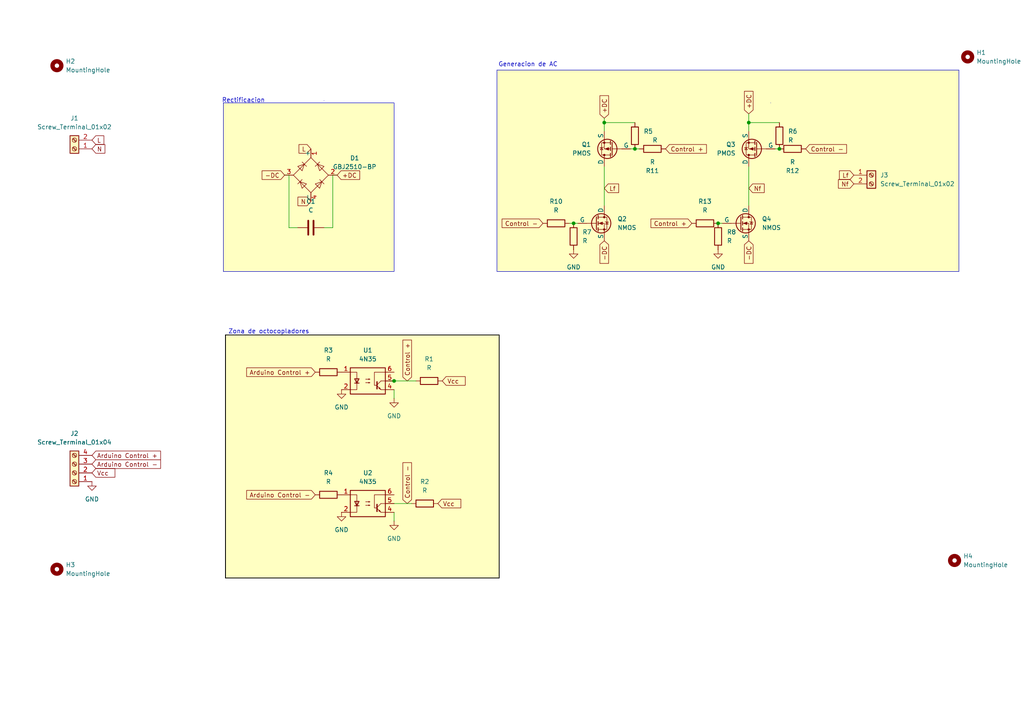
<source format=kicad_sch>
(kicad_sch (version 20231120) (generator "eeschema") (generator_version "8.0")
  (paper "A4")
  (lib_symbols
    (symbol "Connector:Screw_Terminal_01x02" (pin_names (offset 1.016) hide)
      (property "Reference" "J" (at 0 2.54 0))
      (property "Value" "Screw_Terminal_01x02" (at 0 -5.08 0))
      (symbol "Screw_Terminal_01x02_1_1"
        (rectangle (start -1.27 1.27) (end 1.27 -3.81) (stroke (width 0.254)) (fill (type background)))
        (circle (center 0 -2.54) (radius 0.635) (stroke (width 0.1524)))
        (polyline (pts (xy -0.5334 -2.2098) (xy 0.3302 -3.048)) (stroke (width 0.1524)))
        (polyline (pts (xy -0.5334 0.3302) (xy 0.3302 -0.508)) (stroke (width 0.1524)))
        (polyline (pts (xy -0.3556 -2.032) (xy 0.508 -2.8702)) (stroke (width 0.1524)))
        (polyline (pts (xy -0.3556 0.508) (xy 0.508 -0.3302)) (stroke (width 0.1524)))
        (circle (center 0 0) (radius 0.635) (stroke (width 0.1524)))
        (pin passive line (at -5.08 0 0) (length 3.81) (name "Pin_1") (number "1"))
        (pin passive line (at -5.08 -2.54 0) (length 3.81) (name "Pin_2") (number "2"))
      )
    )
    (symbol "Connector:Screw_Terminal_01x04" (pin_names (offset 1.016) hide)
      (property "Reference" "J" (at 0 5.08 0))
      (property "Value" "Screw_Terminal_01x04" (at 0 -7.62 0))
      (symbol "Screw_Terminal_01x04_1_1"
        (rectangle (start -1.27 3.81) (end 1.27 -6.35) (stroke (width 0.254)) (fill (type background)))
        (circle (center 0 -5.08) (radius 0.635) (stroke (width 0.1524)))
        (circle (center 0 -2.54) (radius 0.635) (stroke (width 0.1524)))
        (polyline (pts (xy -0.5334 -4.7498) (xy 0.3302 -5.588)) (stroke (width 0.1524)))
        (polyline (pts (xy -0.5334 -2.2098) (xy 0.3302 -3.048)) (stroke (width 0.1524)))
        (polyline (pts (xy -0.5334 0.3302) (xy 0.3302 -0.508)) (stroke (width 0.1524)))
        (polyline (pts (xy -0.5334 2.8702) (xy 0.3302 2.032)) (stroke (width 0.1524)))
        (polyline (pts (xy -0.3556 -4.572) (xy 0.508 -5.4102)) (stroke (width 0.1524)))
        (polyline (pts (xy -0.3556 -2.032) (xy 0.508 -2.8702)) (stroke (width 0.1524)))
        (polyline (pts (xy -0.3556 0.508) (xy 0.508 -0.3302)) (stroke (width 0.1524)))
        (polyline (pts (xy -0.3556 3.048) (xy 0.508 2.2098)) (stroke (width 0.1524)))
        (circle (center 0 0) (radius 0.635) (stroke (width 0.1524)))
        (circle (center 0 2.54) (radius 0.635) (stroke (width 0.1524)))
        (pin passive line (at -5.08 2.54 0) (length 3.81) (name "Pin_1") (number "1"))
        (pin passive line (at -5.08 0 0) (length 3.81) (name "Pin_2") (number "2"))
        (pin passive line (at -5.08 -2.54 0) (length 3.81) (name "Pin_3") (number "3"))
        (pin passive line (at -5.08 -5.08 0) (length 3.81) (name "Pin_4") (number "4"))
      )
    )
    (symbol "Device:C" (pin_numbers hide) (pin_names (offset 0.254))
      (property "Reference" "C" (at 0.635 2.54 0))
      (property "Value" "C" (at 0.635 -2.54 0))
      (symbol "C_0_1"
        (polyline (pts (xy -2.032 -0.762) (xy 2.032 -0.762)) (stroke (width 0.508)))
        (polyline (pts (xy -2.032 0.762) (xy 2.032 0.762)) (stroke (width 0.508)))
      )
      (symbol "C_1_1"
        (pin passive line (at 0 3.81 270) (length 2.794) (name "~") (number "1"))
        (pin passive line (at 0 -3.81 90) (length 2.794) (name "~") (number "2"))
      )
    )
    (symbol "Device:R" (pin_numbers hide) (pin_names (offset 0))
      (property "Reference" "R" (at 2.032 0 90))
      (property "Value" "R" (at 0 0 90))
      (symbol "R_0_1"
        (rectangle (start -1.016 -2.54) (end 1.016 2.54) (stroke (width 0.254)))
      )
      (symbol "R_1_1"
        (pin passive line (at 0 3.81 270) (length 1.27) (name "~") (number "1"))
        (pin passive line (at 0 -3.81 90) (length 1.27) (name "~") (number "2"))
      )
    )
    (symbol "Diode_Bridge:GBU8A" (pin_names (offset 0))
      (property "Reference" "D" (at 2.54 6.985 0))
      (property "Value" "GBU8A" (at 2.54 5.08 0))
      (symbol "GBU8A_0_1"
        (polyline (pts (xy -2.54 3.81) (xy -1.27 2.54)))
        (polyline (pts (xy -1.27 -2.54) (xy -2.54 -3.81)))
        (polyline (pts (xy 2.54 -1.27) (xy 3.81 -2.54)))
        (polyline (pts (xy 2.54 1.27) (xy 3.81 2.54)))
        (polyline (pts (xy -3.81 2.54) (xy -2.54 1.27) (xy -1.905 3.175) (xy -3.81 2.54)))
        (polyline (pts (xy -2.54 -1.27) (xy -3.81 -2.54) (xy -1.905 -3.175) (xy -2.54 -1.27)))
        (polyline (pts (xy 1.27 2.54) (xy 2.54 3.81) (xy 3.175 1.905) (xy 1.27 2.54)))
        (polyline (pts (xy 3.175 -1.905) (xy 1.27 -2.54) (xy 2.54 -3.81) (xy 3.175 -1.905)))
        (polyline (pts (xy -5.08 0) (xy 0 -5.08) (xy 5.08 0) (xy 0 5.08) (xy -5.08 0)))
      )
      (symbol "GBU8A_1_1"
        (pin passive line (at 7.62 0 180) (length 2.54) (name "+") (number "1"))
        (pin passive line (at 0 -7.62 90) (length 2.54) (name "~") (number "2"))
        (pin passive line (at 0 7.62 270) (length 2.54) (name "~") (number "3"))
        (pin passive line (at -7.62 0 0) (length 2.54) (name "-") (number "4"))
      )
    )
    (symbol "Isolator:4N35" (pin_names (offset 1.016))
      (property "Reference" "U" (at -5.08 5.08 0))
      (property "Value" "4N35" (at 0 5.08 0))
      (symbol "4N35_0_1"
        (rectangle (start -5.08 3.81) (end 5.08 -3.81) (stroke (width 0.254)) (fill (type background)))
        (polyline (pts (xy -3.81 -0.635) (xy -2.54 -0.635)) (stroke (width 0.254)))
        (polyline (pts (xy 2.667 -1.397) (xy 3.81 -2.54)))
        (polyline (pts (xy 2.667 -1.143) (xy 3.81 0)))
        (polyline (pts (xy 3.81 -2.54) (xy 5.08 -2.54)))
        (polyline (pts (xy 3.81 0) (xy 5.08 0)))
        (polyline (pts (xy 2.667 -0.254) (xy 2.667 -2.286) (xy 2.667 -2.286)) (stroke (width 0.3556)))
        (polyline (pts (xy -5.08 -2.54) (xy -3.175 -2.54) (xy -3.175 2.54) (xy -5.08 2.54)))
        (polyline (pts (xy -3.175 -0.635) (xy -3.81 0.635) (xy -2.54 0.635) (xy -3.175 -0.635)) (stroke (width 0.254)))
        (polyline (pts (xy 3.683 -2.413) (xy 3.429 -1.905) (xy 3.175 -2.159) (xy 3.683 -2.413)))
        (polyline (pts (xy 5.08 2.54) (xy 1.905 2.54) (xy 1.905 -1.27) (xy 2.54 -1.27)))
        (polyline (pts (xy -0.635 -0.508) (xy 0.635 -0.508) (xy 0.254 -0.635) (xy 0.254 -0.381) (xy 0.635 -0.508)))
        (polyline (pts (xy -0.635 0.508) (xy 0.635 0.508) (xy 0.254 0.381) (xy 0.254 0.635) (xy 0.635 0.508)))
      )
      (symbol "4N35_1_1"
        (pin passive line (at -7.62 2.54 0) (length 2.54) (name "~") (number "1"))
        (pin passive line (at -7.62 -2.54 0) (length 2.54) (name "~") (number "2"))
        (pin no_connect line (at -5.08 0 0) (length 2.54) hide (name "NC") (number "3"))
        (pin passive line (at 7.62 -2.54 180) (length 2.54) (name "~") (number "4"))
        (pin passive line (at 7.62 0 180) (length 2.54) (name "~") (number "5"))
        (pin passive line (at 7.62 2.54 180) (length 2.54) (name "~") (number "6"))
      )
    )
    (symbol "Mechanical:MountingHole" (pin_names (offset 1.016)) (exclude_from_sim yes) (in_bom no)
      (property "Reference" "H" (at 0 5.08 0))
      (property "Value" "MountingHole" (at 0 3.175 0))
      (symbol "MountingHole_0_1"
        (circle (center 0 0) (radius 1.27) (stroke (width 1.27)))
      )
    )
    (symbol "Simulation_SPICE:NMOS" (pin_numbers hide) (pin_names (offset 0))
      (property "Reference" "Q" (at 5.08 1.27 0))
      (property "Value" "NMOS" (at 5.08 -1.27 0))
      (symbol "NMOS_0_1"
        (polyline (pts (xy 0.254 0) (xy -2.54 0)))
        (polyline (pts (xy 0.254 1.905) (xy 0.254 -1.905)) (stroke (width 0.254)))
        (polyline (pts (xy 0.762 -1.27) (xy 0.762 -2.286)) (stroke (width 0.254)))
        (polyline (pts (xy 0.762 0.508) (xy 0.762 -0.508)) (stroke (width 0.254)))
        (polyline (pts (xy 0.762 2.286) (xy 0.762 1.27)) (stroke (width 0.254)))
        (polyline (pts (xy 2.54 2.54) (xy 2.54 1.778)))
        (polyline (pts (xy 2.54 -2.54) (xy 2.54 0) (xy 0.762 0)))
        (polyline (pts (xy 0.762 -1.778) (xy 3.302 -1.778) (xy 3.302 1.778) (xy 0.762 1.778)))
        (polyline (pts (xy 1.016 0) (xy 2.032 0.381) (xy 2.032 -0.381) (xy 1.016 0)) (fill (type outline)))
        (polyline (pts (xy 2.794 0.508) (xy 2.921 0.381) (xy 3.683 0.381) (xy 3.81 0.254)))
        (polyline (pts (xy 3.302 0.381) (xy 2.921 -0.254) (xy 3.683 -0.254) (xy 3.302 0.381)))
        (circle (center 1.651 0) (radius 2.794) (stroke (width 0.254)))
        (circle (center 2.54 -1.778) (radius 0.254) (fill (type outline)))
        (circle (center 2.54 1.778) (radius 0.254) (fill (type outline)))
      )
      (symbol "NMOS_1_1"
        (pin passive line (at 2.54 5.08 270) (length 2.54) (name "D") (number "1"))
        (pin input line (at -5.08 0 0) (length 2.54) (name "G") (number "2"))
        (pin passive line (at 2.54 -5.08 90) (length 2.54) (name "S") (number "3"))
      )
    )
    (symbol "Simulation_SPICE:PMOS" (pin_numbers hide) (pin_names (offset 0))
      (property "Reference" "Q" (at 5.08 1.27 0))
      (property "Value" "PMOS" (at 5.08 -1.27 0))
      (symbol "PMOS_0_1"
        (polyline (pts (xy 0.254 0) (xy -2.54 0)))
        (polyline (pts (xy 0.254 1.905) (xy 0.254 -1.905)) (stroke (width 0.254)))
        (polyline (pts (xy 0.762 -1.27) (xy 0.762 -2.286)) (stroke (width 0.254)))
        (polyline (pts (xy 0.762 0.508) (xy 0.762 -0.508)) (stroke (width 0.254)))
        (polyline (pts (xy 0.762 2.286) (xy 0.762 1.27)) (stroke (width 0.254)))
        (polyline (pts (xy 2.54 2.54) (xy 2.54 1.778)))
        (polyline (pts (xy 2.54 -2.54) (xy 2.54 0) (xy 0.762 0)))
        (polyline (pts (xy 0.762 1.778) (xy 3.302 1.778) (xy 3.302 -1.778) (xy 0.762 -1.778)))
        (polyline (pts (xy 2.286 0) (xy 1.27 0.381) (xy 1.27 -0.381) (xy 2.286 0)) (fill (type outline)))
        (polyline (pts (xy 2.794 -0.508) (xy 2.921 -0.381) (xy 3.683 -0.381) (xy 3.81 -0.254)))
        (polyline (pts (xy 3.302 -0.381) (xy 2.921 0.254) (xy 3.683 0.254) (xy 3.302 -0.381)))
        (circle (center 1.651 0) (radius 2.794) (stroke (width 0.254)))
        (circle (center 2.54 -1.778) (radius 0.254) (fill (type outline)))
        (circle (center 2.54 1.778) (radius 0.254) (fill (type outline)))
      )
      (symbol "PMOS_1_1"
        (pin passive line (at 2.54 5.08 270) (length 2.54) (name "D") (number "1"))
        (pin input line (at -5.08 0 0) (length 2.54) (name "G") (number "2"))
        (pin passive line (at 2.54 -5.08 90) (length 2.54) (name "S") (number "3"))
      )
    )
    (symbol "power:GND" (power) (pin_numbers hide) (pin_names (offset 0) hide)
      (property "Value" "GND" (at 0 -3.81 0))
      (symbol "GND_0_1"
        (polyline (pts (xy 0 0) (xy 0 -1.27) (xy 1.27 -1.27) (xy 0 -2.54) (xy -1.27 -1.27) (xy 0 -1.27)))
      )
      (symbol "GND_1_1"
        (pin power_in line (at 0 0 270) (length 0) (name "~") (number "1"))
      )
    )
  )
  (junction (at 226.06 43.18))
  (junction (at 184.15 43.18))
  (junction (at 114.3 110.49))
  (junction (at 208.28 64.77))
  (junction (at 175.26 35.56))
  (junction (at 217.17 35.56))
  (junction (at 166.37 64.77))
  (wire (pts (xy 224.79 43.18) (xy 226.06 43.18)))
  (wire (pts (xy 217.17 35.56) (xy 226.06 35.56)))
  (wire (pts (xy 83.82 50.8) (xy 82.55 50.8)))
  (wire (pts (xy 83.82 66.04) (xy 83.82 50.8)))
  (wire (pts (xy 114.3 146.05) (xy 119.38 146.05)))
  (wire (pts (xy 114.3 151.13) (xy 114.3 148.59)))
  (wire (pts (xy 166.37 64.77) (xy 167.64 64.77)))
  (wire (pts (xy 165.1 64.77) (xy 166.37 64.77)))
  (wire (pts (xy 175.26 34.29) (xy 175.26 35.56)))
  (wire (pts (xy 96.52 50.8) (xy 97.79 50.8)))
  (wire (pts (xy 208.28 64.77) (xy 209.55 64.77)))
  (wire (pts (xy 83.82 66.04) (xy 86.36 66.04)))
  (wire (pts (xy 184.15 43.18) (xy 185.42 43.18)))
  (wire (pts (xy 175.26 48.26) (xy 175.26 59.69)))
  (wire (pts (xy 96.52 66.04) (xy 93.98 66.04)))
  (wire (pts (xy 96.52 66.04) (xy 96.52 50.8)))
  (wire (pts (xy 114.3 115.57) (xy 114.3 113.03)))
  (wire (pts (xy 175.26 35.56) (xy 184.15 35.56)))
  (wire (pts (xy 175.26 35.56) (xy 175.26 38.1)))
  (wire (pts (xy 182.88 43.18) (xy 184.15 43.18)))
  (wire (pts (xy 217.17 35.56) (xy 217.17 38.1)))
  (wire (pts (xy 114.3 110.49) (xy 120.65 110.49)))
  (wire (pts (xy 113.03 110.49) (xy 114.3 110.49)))
  (wire (pts (xy 217.17 33.02) (xy 217.17 35.56)))
  (wire (pts (xy 217.17 48.26) (xy 217.17 59.69)))
  (rectangle (start 217.17 29.21) (end 217.17 29.21))
  (rectangle (start 64.77 29.845) (end 114.3 78.74) (fill (type color) (color 255 255 194 1)))
  (rectangle (start 93.98 29.21) (end 93.98 29.21))
  (rectangle (start 144.145 20.32) (end 278.13 78.74) (fill (type color) (color 255 255 194 1)))
  (rectangle (start 65.405 97.155) (end 144.78 167.64) (stroke (width 0.254) (color 0 0 0 1)) (fill (type color) (color 255 255 194 1)))
  (rectangle (start 223.52 29.845) (end 223.52 29.845))
  (text "Generacion de AC\n" (at 153.162 18.796 0) (effects (font (size 1.27 1.27))))
  (text "Rectificacion\n\n" (at 70.612 30.226 0) (effects (font (size 1.27 1.27))))
  (text "Zona de octocopladores\n" (at 77.978 96.266 0) (effects (font (size 1.27 1.27))))
  (global_label "Control +" (shape input) (at 193.04 43.18 0) (property "Intersheetrefs" "${INTERSHEET_REFS}" (effects (hide yes))))
  (global_label "Control -" (shape input) (at 233.68 43.18 0) (property "Intersheetrefs" "${INTERSHEET_REFS}" (effects (hide yes))))
  (global_label "-DC" (shape input) (at 217.17 69.85 270) (property "Intersheetrefs" "${INTERSHEET_REFS}" (effects (hide yes))))
  (global_label "-DC" (shape input) (at 175.26 69.85 270) (property "Intersheetrefs" "${INTERSHEET_REFS}" (effects (hide yes))))
  (global_label "Vcc " (shape input) (at 127 146.05 0) (property "Intersheetrefs" "${INTERSHEET_REFS}" (effects (hide yes))))
  (global_label "+DC" (shape input) (at 97.79 50.8 0) (property "Intersheetrefs" "${INTERSHEET_REFS}" (effects (hide yes))))
  (global_label "Lf" (shape input) (at 175.26 54.61 0) (property "Intersheetrefs" "${INTERSHEET_REFS}" (effects (hide yes))))
  (global_label "Vcc " (shape input) (at 26.67 137.16 0) (property "Intersheetrefs" "${INTERSHEET_REFS}" (effects (hide yes))))
  (global_label "Arduino Control -" (shape input) (at 91.44 143.51 180) (property "Intersheetrefs" "${INTERSHEET_REFS}" (effects (hide yes))))
  (global_label "Arduino Control -" (shape input) (at 26.67 134.62 0) (property "Intersheetrefs" "${INTERSHEET_REFS}" (effects (hide yes))))
  (global_label "Control -" (shape input) (at 118.11 146.05 90) (property "Intersheetrefs" "${INTERSHEET_REFS}" (effects (hide yes))))
  (global_label "Arduino Control +" (shape input) (at 91.44 107.95 180) (property "Intersheetrefs" "${INTERSHEET_REFS}" (effects (hide yes))))
  (global_label "Nf" (shape input) (at 247.65 53.34 180) (property "Intersheetrefs" "${INTERSHEET_REFS}" (effects (hide yes))))
  (global_label "Lf" (shape input) (at 247.65 50.8 180) (property "Intersheetrefs" "${INTERSHEET_REFS}" (effects (hide yes))))
  (global_label "Vcc " (shape input) (at 128.27 110.49 0) (property "Intersheetrefs" "${INTERSHEET_REFS}" (effects (hide yes))))
  (global_label "L" (shape input) (at 90.17 43.18 180) (property "Intersheetrefs" "${INTERSHEET_REFS}" (effects (hide yes))))
  (global_label "Arduino Control +" (shape input) (at 26.67 132.08 0) (property "Intersheetrefs" "${INTERSHEET_REFS}" (effects (hide yes))))
  (global_label "-DC" (shape input) (at 82.55 50.8 180) (property "Intersheetrefs" "${INTERSHEET_REFS}" (effects (hide yes))))
  (global_label "+DC" (shape input) (at 217.17 33.02 90) (property "Intersheetrefs" "${INTERSHEET_REFS}" (effects (hide yes))))
  (global_label "+DC" (shape input) (at 175.26 34.29 90) (property "Intersheetrefs" "${INTERSHEET_REFS}" (effects (hide yes))))
  (global_label "N" (shape input) (at 90.17 58.42 180) (property "Intersheetrefs" "${INTERSHEET_REFS}" (effects (hide yes))))
  (global_label "Control +" (shape input) (at 118.11 110.49 90) (property "Intersheetrefs" "${INTERSHEET_REFS}" (effects (hide yes))))
  (global_label "Control +" (shape input) (at 200.66 64.77 180) (property "Intersheetrefs" "${INTERSHEET_REFS}" (effects (hide yes))))
  (global_label "Control -" (shape input) (at 157.48 64.77 180) (property "Intersheetrefs" "${INTERSHEET_REFS}" (effects (hide yes))))
  (global_label "N" (shape input) (at 26.67 43.18 0) (property "Intersheetrefs" "${INTERSHEET_REFS}" (effects (hide yes))))
  (global_label "Nf" (shape input) (at 217.17 54.61 0) (property "Intersheetrefs" "${INTERSHEET_REFS}" (effects (hide yes))))
  (global_label "L" (shape input) (at 26.67 40.64 0) (property "Intersheetrefs" "${INTERSHEET_REFS}" (effects (hide yes))))
  (symbol (lib_id "Mechanical:MountingHole") (at 16.51 165.1 0) (unit 1) (exclude_from_sim yes) (in_bom no)
    (property "Reference" "H3" (at 19.05 163.8299 0) (effects (justify left)))
    (property "Value" "MountingHole" (at 19.05 166.3699 0) (effects (justify left)))
    (property "Footprint" "MountingHole:MountingHole_2.2mm_M2_DIN965_Pad" (effects (hide yes)))
    (property "Description" "Mounting Hole without connection" (effects (hide yes)))
  )
  (symbol (lib_id "Mechanical:MountingHole") (at 276.86 162.56 0) (unit 1) (exclude_from_sim yes) (in_bom no)
    (property "Reference" "H4" (at 279.4 161.2899 0) (effects (justify left)))
    (property "Value" "MountingHole" (at 279.4 163.8299 0) (effects (justify left)))
    (property "Footprint" "MountingHole:MountingHole_2.2mm_M2_DIN965_Pad" (effects (hide yes)))
    (property "Description" "Mounting Hole without connection" (effects (hide yes)))
  )
  (symbol (lib_id "Device:R") (at 166.37 68.58 0) (unit 1)
    (property "Reference" "R7" (at 168.91 67.3099 0) (effects (justify left)))
    (property "Value" "R" (at 168.91 69.8499 0) (effects (justify left)))
    (property "Footprint" "Resistor_THT:R_Axial_DIN0204_L3.6mm_D1.6mm_P7.62mm_Horizontal" (effects (hide yes)))
    (property "Description" "Resistor" (effects (hide yes)))
  )
  (symbol (lib_id "Device:C") (at 90.17 66.04 90) (unit 1)
    (property "Reference" "C1" (at 90.17 58.42 90))
    (property "Value" "C" (at 90.17 60.96 90))
    (property "Footprint" "Capacitor_THT:CP_Radial_D10.0mm_P2.50mm" (effects (hide yes)))
    (property "Description" "Unpolarized capacitor" (effects (hide yes)))
  )
  (symbol (lib_id "Simulation_SPICE:PMOS") (at 219.71 43.18 180) (unit 1)
    (property "Reference" "Q3" (at 213.36 41.9099 0) (effects (justify left)))
    (property "Value" "PMOS" (at 213.36 44.4499 0) (effects (justify left)))
    (property "Footprint" "Package_TO_SOT_THT:TO-247-3_Vertical" (effects (hide yes)))
    (property "Datasheet" "https://ngspice.sourceforge.io/docs/ngspice-html-manual/manual.xhtml#cha_MOSFETs" (effects (hide yes)))
    (property "Description" "P-MOSFET transistor, drain/source/gate" (effects (hide yes)))
    (property "Sim.Device" "PMOS" (effects (hide yes)))
    (property "Sim.Type" "VDMOS" (effects (hide yes)))
    (property "Sim.Pins" "1=D 2=G 3=S" (effects (hide yes)))
  )
  (symbol (lib_id "Simulation_SPICE:NMOS") (at 172.72 64.77 0) (unit 1)
    (property "Reference" "Q2" (at 179.07 63.4999 0) (effects (justify left)))
    (property "Value" "NMOS" (at 179.07 66.0399 0) (effects (justify left)))
    (property "Footprint" "Package_TO_SOT_THT:TO-247-3_Vertical" (effects (hide yes)))
    (property "Datasheet" "https://ngspice.sourceforge.io/docs/ngspice-html-manual/manual.xhtml#cha_MOSFETs" (effects (hide yes)))
    (property "Description" "N-MOSFET transistor, drain/source/gate" (effects (hide yes)))
    (property "Sim.Device" "NMOS" (effects (hide yes)))
    (property "Sim.Type" "VDMOS" (effects (hide yes)))
    (property "Sim.Pins" "1=D 2=G 3=S" (effects (hide yes)))
  )
  (symbol (lib_id "power:GND") (at 208.28 72.39 0) (unit 1)
    (property "Reference" "#PWR06" (effects (hide yes)))
    (property "Value" "GND" (at 208.28 77.47 0))
    (property "Description" "Power symbol creates a global label with name \"GND\" , ground" (effects (hide yes)))
  )
  (symbol (lib_id "Device:R") (at 229.87 43.18 270) (unit 1)
    (property "Reference" "R12" (at 229.87 49.53 90))
    (property "Value" "R" (at 229.87 46.99 90))
    (property "Footprint" "Resistor_THT:R_Axial_DIN0204_L3.6mm_D1.6mm_P7.62mm_Horizontal" (effects (hide yes)))
    (property "Description" "Resistor" (effects (hide yes)))
  )
  (symbol (lib_id "Device:R") (at 161.29 64.77 90) (unit 1)
    (property "Reference" "R10" (at 161.29 58.42 90))
    (property "Value" "R" (at 161.29 60.96 90))
    (property "Footprint" "Resistor_THT:R_Axial_DIN0204_L3.6mm_D1.6mm_P7.62mm_Horizontal" (effects (hide yes)))
    (property "Description" "Resistor" (effects (hide yes)))
  )
  (symbol (lib_id "power:GND") (at 99.06 113.03 0) (unit 1)
    (property "Reference" "#PWR03" (effects (hide yes)))
    (property "Value" "GND" (at 99.06 118.11 0))
    (property "Description" "Power symbol creates a global label with name \"GND\" , ground" (effects (hide yes)))
  )
  (symbol (lib_id "power:GND") (at 166.37 72.39 0) (unit 1)
    (property "Reference" "#PWR07" (effects (hide yes)))
    (property "Value" "GND" (at 166.37 77.47 0))
    (property "Description" "Power symbol creates a global label with name \"GND\" , ground" (effects (hide yes)))
  )
  (symbol (lib_id "Device:R") (at 184.15 39.37 0) (unit 1)
    (property "Reference" "R5" (at 186.69 38.0999 0) (effects (justify left)))
    (property "Value" "R" (at 189.23 40.6399 0) (effects (justify left)))
    (property "Footprint" "Resistor_THT:R_Axial_DIN0204_L3.6mm_D1.6mm_P7.62mm_Horizontal" (effects (hide yes)))
    (property "Description" "Resistor" (effects (hide yes)))
  )
  (symbol (lib_id "Mechanical:MountingHole") (at 16.51 19.05 0) (unit 1) (exclude_from_sim yes) (in_bom no)
    (property "Reference" "H2" (at 19.05 17.7799 0) (effects (justify left)))
    (property "Value" "MountingHole" (at 19.05 20.3199 0) (effects (justify left)))
    (property "Footprint" "MountingHole:MountingHole_2.2mm_M2_DIN965_Pad" (effects (hide yes)))
    (property "Description" "Mounting Hole without connection" (effects (hide yes)))
  )
  (symbol (lib_id "Isolator:4N35") (at 106.68 110.49 0) (unit 1)
    (property "Reference" "U1" (at 106.68 101.6 0))
    (property "Value" "4N35" (at 106.68 104.14 0))
    (property "Footprint" "Package_DIP:DIP-6_W7.62mm" (effects (hide yes)))
    (property "Datasheet" "https://www.vishay.com/docs/81181/4n35.pdf" (effects (hide yes)))
    (property "Description" "Optocoupler, Phototransistor Output, with Base Connection, Vce 70V, CTR 100%, Viso 5000V, DIP6" (effects (hide yes)))
  )
  (symbol (lib_id "Connector:Screw_Terminal_01x04") (at 21.59 137.16 180) (unit 1)
    (property "Reference" "J2" (at 21.59 125.73 0))
    (property "Value" "Screw_Terminal_01x04" (at 21.59 128.27 0))
    (property "Footprint" "TerminalBlock:TerminalBlock_MaiXu_MX126-5.0-04P_1x04_P5.00mm" (effects (hide yes)))
    (property "Description" "Generic screw terminal, single row, 01x04, script generated (kicad-library-utils/schlib/autogen/connector/)" (effects (hide yes)))
  )
  (symbol (lib_id "power:GND") (at 99.06 148.59 0) (unit 1)
    (property "Reference" "#PWR04" (effects (hide yes)))
    (property "Value" "GND" (at 99.06 153.67 0))
    (property "Description" "Power symbol creates a global label with name \"GND\" , ground" (effects (hide yes)))
  )
  (symbol (lib_id "Mechanical:MountingHole") (at 280.67 16.51 0) (unit 1) (exclude_from_sim yes) (in_bom no)
    (property "Reference" "H1" (at 283.21 15.2399 0) (effects (justify left)))
    (property "Value" "MountingHole" (at 283.21 17.7799 0) (effects (justify left)))
    (property "Footprint" "MountingHole:MountingHole_2.2mm_M2_DIN965_Pad" (effects (hide yes)))
    (property "Description" "Mounting Hole without connection" (effects (hide yes)))
  )
  (symbol (lib_id "Connector:Screw_Terminal_01x02") (at 252.73 50.8 0) (unit 1)
    (property "Reference" "J3" (at 255.27 50.7999 0) (effects (justify left)))
    (property "Value" "Screw_Terminal_01x02" (at 255.27 53.3399 0) (effects (justify left)))
    (property "Footprint" "TerminalBlock_RND:TerminalBlock_RND_205-00241_1x02_P10.16mm_Horizontal" (effects (hide yes)))
    (property "Description" "Generic screw terminal, single row, 01x02, script generated (kicad-library-utils/schlib/autogen/connector/)" (effects (hide yes)))
  )
  (symbol (lib_id "Connector:Screw_Terminal_01x02") (at 21.59 43.18 180) (unit 1)
    (property "Reference" "J1" (at 21.59 34.29 0))
    (property "Value" "Screw_Terminal_01x02" (at 21.59 36.83 0))
    (property "Footprint" "TerminalBlock_RND:TerminalBlock_RND_205-00241_1x02_P10.16mm_Horizontal" (effects (hide yes)))
    (property "Description" "Generic screw terminal, single row, 01x02, script generated (kicad-library-utils/schlib/autogen/connector/)" (effects (hide yes)))
  )
  (symbol (lib_id "Simulation_SPICE:NMOS") (at 214.63 64.77 0) (unit 1)
    (property "Reference" "Q4" (at 220.98 63.4999 0) (effects (justify left)))
    (property "Value" "NMOS" (at 220.98 66.0399 0) (effects (justify left)))
    (property "Footprint" "Package_TO_SOT_THT:TO-247-3_Vertical" (effects (hide yes)))
    (property "Datasheet" "https://ngspice.sourceforge.io/docs/ngspice-html-manual/manual.xhtml#cha_MOSFETs" (effects (hide yes)))
    (property "Description" "N-MOSFET transistor, drain/source/gate" (effects (hide yes)))
    (property "Sim.Device" "NMOS" (effects (hide yes)))
    (property "Sim.Type" "VDMOS" (effects (hide yes)))
    (property "Sim.Pins" "1=D 2=G 3=S" (effects (hide yes)))
  )
  (symbol (lib_id "Device:R") (at 226.06 39.37 0) (unit 1)
    (property "Reference" "R6" (at 228.6 38.0999 0) (effects (justify left)))
    (property "Value" "R" (at 228.6 40.6399 0) (effects (justify left)))
    (property "Footprint" "Resistor_THT:R_Axial_DIN0204_L3.6mm_D1.6mm_P7.62mm_Horizontal" (effects (hide yes)))
    (property "Description" "Resistor" (effects (hide yes)))
  )
  (symbol (lib_id "power:GND") (at 114.3 115.57 0) (unit 1)
    (property "Reference" "#PWR01" (effects (hide yes)))
    (property "Value" "GND" (at 114.3 120.65 0))
    (property "Description" "Power symbol creates a global label with name \"GND\" , ground" (effects (hide yes)))
  )
  (symbol (lib_id "Device:R") (at 189.23 43.18 270) (unit 1)
    (property "Reference" "R11" (at 189.23 49.53 90))
    (property "Value" "R" (at 189.23 46.99 90))
    (property "Footprint" "Resistor_THT:R_Axial_DIN0204_L3.6mm_D1.6mm_P7.62mm_Horizontal" (effects (hide yes)))
    (property "Description" "Resistor" (effects (hide yes)))
  )
  (symbol (lib_id "Device:R") (at 124.46 110.49 90) (unit 1)
    (property "Reference" "R1" (at 124.46 104.14 90))
    (property "Value" "R" (at 124.46 106.68 90))
    (property "Footprint" "Resistor_THT:R_Axial_DIN0204_L3.6mm_D1.6mm_P7.62mm_Horizontal" (effects (hide yes)))
    (property "Description" "Resistor" (effects (hide yes)))
  )
  (symbol (lib_id "power:GND") (at 114.3 151.13 0) (unit 1)
    (property "Reference" "#PWR02" (effects (hide yes)))
    (property "Value" "GND" (at 114.3 156.21 0))
    (property "Description" "Power symbol creates a global label with name \"GND\" , ground" (effects (hide yes)))
  )
  (symbol (lib_id "Isolator:4N35") (at 106.68 146.05 0) (unit 1)
    (property "Reference" "U2" (at 106.68 137.16 0))
    (property "Value" "4N35" (at 106.68 139.7 0))
    (property "Footprint" "Package_DIP:DIP-6_W7.62mm" (effects (hide yes)))
    (property "Datasheet" "https://www.vishay.com/docs/81181/4n35.pdf" (effects (hide yes)))
    (property "Description" "Optocoupler, Phototransistor Output, with Base Connection, Vce 70V, CTR 100%, Viso 5000V, DIP6" (effects (hide yes)))
  )
  (symbol (lib_id "power:GND") (at 26.67 139.7 0) (unit 1)
    (property "Reference" "#PWR05" (effects (hide yes)))
    (property "Value" "GND" (at 26.67 144.78 0))
    (property "Description" "Power symbol creates a global label with name \"GND\" , ground" (effects (hide yes)))
  )
  (symbol (lib_id "Device:R") (at 95.25 143.51 90) (unit 1)
    (property "Reference" "R4" (at 95.25 137.16 90))
    (property "Value" "R" (at 95.25 139.7 90))
    (property "Footprint" "Resistor_THT:R_Axial_DIN0204_L3.6mm_D1.6mm_P7.62mm_Horizontal" (effects (hide yes)))
    (property "Description" "Resistor" (effects (hide yes)))
  )
  (symbol (lib_id "Diode_Bridge:GBU8A") (at 90.17 50.8 90) (unit 1)
    (property "Reference" "D1" (at 102.87 45.8468 90))
    (property "Value" "GBJ2510-BP" (at 102.87 48.3868 90))
    (property "Footprint" "Diode_THT:Diode_Bridge_Vishay_GBU" (effects (hide yes)))
    (property "Datasheet" "http://www.vishay.com/docs/88656/gbu8a.pdf" (effects (hide yes)))
    (property "Description" "Single-Phase Bridge Rectifier, 35V Vrms, 8.0A If, GBU package" (effects (hide yes)))
  )
  (symbol (lib_id "Simulation_SPICE:PMOS") (at 177.8 43.18 180) (unit 1)
    (property "Reference" "Q1" (at 171.45 41.9099 0) (effects (justify left)))
    (property "Value" "PMOS" (at 171.45 44.4499 0) (effects (justify left)))
    (property "Footprint" "Package_TO_SOT_THT:TO-247-3_Vertical" (effects (hide yes)))
    (property "Datasheet" "https://ngspice.sourceforge.io/docs/ngspice-html-manual/manual.xhtml#cha_MOSFETs" (effects (hide yes)))
    (property "Description" "P-MOSFET transistor, drain/source/gate" (effects (hide yes)))
    (property "Sim.Device" "PMOS" (effects (hide yes)))
    (property "Sim.Type" "VDMOS" (effects (hide yes)))
    (property "Sim.Pins" "1=D 2=G 3=S" (effects (hide yes)))
  )
  (symbol (lib_id "Device:R") (at 208.28 68.58 0) (unit 1)
    (property "Reference" "R8" (at 210.82 67.3099 0) (effects (justify left)))
    (property "Value" "R" (at 210.82 69.8499 0) (effects (justify left)))
    (property "Footprint" "Resistor_THT:R_Axial_DIN0204_L3.6mm_D1.6mm_P7.62mm_Horizontal" (effects (hide yes)))
    (property "Description" "Resistor" (effects (hide yes)))
  )
  (symbol (lib_id "Device:R") (at 123.19 146.05 90) (unit 1)
    (property "Reference" "R2" (at 123.19 139.7 90))
    (property "Value" "R" (at 123.19 142.24 90))
    (property "Footprint" "Resistor_THT:R_Axial_DIN0204_L3.6mm_D1.6mm_P7.62mm_Horizontal" (effects (hide yes)))
    (property "Description" "Resistor" (effects (hide yes)))
  )
  (symbol (lib_id "Device:R") (at 95.25 107.95 90) (unit 1)
    (property "Reference" "R3" (at 95.25 101.6 90))
    (property "Value" "R" (at 95.25 104.14 90))
    (property "Footprint" "Resistor_THT:R_Axial_DIN0204_L3.6mm_D1.6mm_P7.62mm_Horizontal" (effects (hide yes)))
    (property "Description" "Resistor" (effects (hide yes)))
  )
  (symbol (lib_id "Device:R") (at 204.47 64.77 90) (unit 1)
    (property "Reference" "R13" (at 204.47 58.42 90))
    (property "Value" "R" (at 204.47 60.96 90))
    (property "Footprint" "Resistor_THT:R_Axial_DIN0204_L3.6mm_D1.6mm_P7.62mm_Horizontal" (effects (hide yes)))
    (property "Description" "Resistor" (effects (hide yes)))
  )
)
</source>
